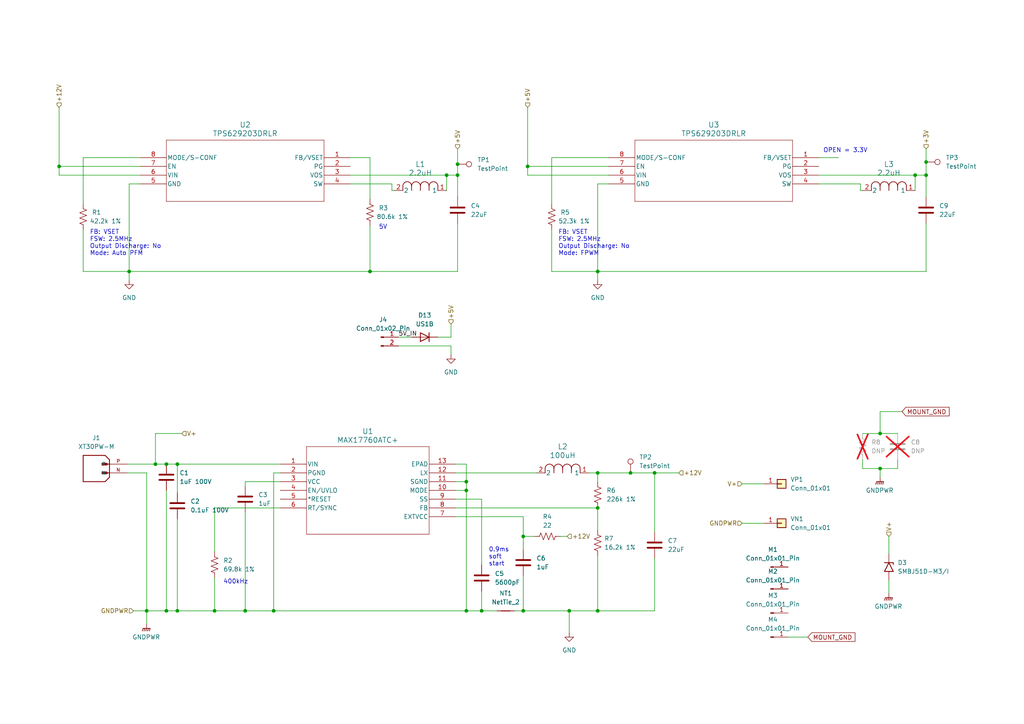
<source format=kicad_sch>
(kicad_sch (version 20231120) (generator "eeschema") (generator_version "8.0")
  (paper "A4")
  (title_block (title "moteus-x1") (rev "1"))
  (lib_symbols
    (symbol "Connector:Conn_01x01_Pin" (pin_names (offset 1.016) hide)
      (property "Reference" "J" (at 0 2.54 0))
      (property "Value" "Conn_01x01_Pin" (at 0 -2.54 0))
      (symbol "Conn_01x01_Pin_1_1"
        (polyline (pts (xy 1.27 0) (xy 0.8636 0)) (stroke (width 0.1524)))
        (rectangle (start 0.8636 0.127) (end 0 -0.127) (stroke (width 0.1524)) (fill (type outline)))
        (pin passive line (at 5.08 0 180) (length 3.81) (name "Pin_1") (number "1"))
      )
    )
    (symbol "Connector:Conn_01x02_Pin" (pin_names (offset 1.016) hide)
      (property "Reference" "J" (at 0 2.54 0))
      (property "Value" "Conn_01x02_Pin" (at 0 -5.08 0))
      (symbol "Conn_01x02_Pin_1_1"
        (polyline (pts (xy 1.27 -2.54) (xy 0.8636 -2.54)) (stroke (width 0.1524)))
        (polyline (pts (xy 1.27 0) (xy 0.8636 0)) (stroke (width 0.1524)))
        (rectangle (start 0.8636 -2.413) (end 0 -2.667) (stroke (width 0.1524)) (fill (type outline)))
        (rectangle (start 0.8636 0.127) (end 0 -0.127) (stroke (width 0.1524)) (fill (type outline)))
        (pin passive line (at 5.08 0 180) (length 3.81) (name "Pin_1") (number "1"))
        (pin passive line (at 5.08 -2.54 180) (length 3.81) (name "Pin_2") (number "2"))
      )
    )
    (symbol "Connector:TestPoint" (pin_numbers hide) (pin_names (offset 0.762) hide)
      (property "Reference" "TP" (at 0 6.858 0))
      (property "Value" "TestPoint" (at 0 5.08 0))
      (symbol "TestPoint_0_1"
        (circle (center 0 3.302) (radius 0.762))
      )
      (symbol "TestPoint_1_1"
        (pin passive line (at 0 0 90) (length 2.54) (name "1") (number "1"))
      )
    )
    (symbol "Connector_Generic:Conn_01x01" (pin_names (offset 1.016) hide)
      (property "Reference" "J" (at 0 2.54 0))
      (property "Value" "Conn_01x01" (at 0 -2.54 0))
      (symbol "Conn_01x01_1_1"
        (rectangle (start -1.27 0.127) (end 0 -0.127) (stroke (width 0.1524)))
        (rectangle (start -1.27 1.27) (end 1.27 -1.27) (stroke (width 0.254)) (fill (type background)))
        (pin passive line (at -5.08 0 0) (length 3.81) (name "Pin_1") (number "1"))
      )
    )
    (symbol "Device:C" (pin_numbers hide) (pin_names (offset 0.254))
      (property "Reference" "C" (at 0.635 2.54 0))
      (property "Value" "C" (at 0.635 -2.54 0))
      (symbol "C_0_1"
        (polyline (pts (xy -2.032 -0.762) (xy 2.032 -0.762)) (stroke (width 0.508)))
        (polyline (pts (xy -2.032 0.762) (xy 2.032 0.762)) (stroke (width 0.508)))
      )
      (symbol "C_1_1"
        (pin passive line (at 0 3.81 270) (length 2.794) (name "~") (number "1"))
        (pin passive line (at 0 -3.81 90) (length 2.794) (name "~") (number "2"))
      )
    )
    (symbol "Device:NetTie_2" (pin_numbers hide) (pin_names (offset 0) hide) (in_bom no)
      (property "Reference" "NT" (at 0 1.27 0))
      (property "Value" "NetTie_2" (at 0 -1.27 0))
      (symbol "NetTie_2_0_1"
        (polyline (pts (xy -1.27 0) (xy 1.27 0)) (stroke (width 0.254)))
      )
      (symbol "NetTie_2_1_1"
        (pin passive line (at -2.54 0 0) (length 2.54) (name "1") (number "1"))
        (pin passive line (at 2.54 0 180) (length 2.54) (name "2") (number "2"))
      )
    )
    (symbol "Device:R_US" (pin_numbers hide) (pin_names (offset 0))
      (property "Reference" "R" (at 2.54 0 90))
      (property "Value" "R_US" (at -2.54 0 90))
      (symbol "R_US_0_1"
        (polyline (pts (xy 0 -2.286) (xy 0 -2.54)))
        (polyline (pts (xy 0 2.286) (xy 0 2.54)))
        (polyline (pts (xy 0 -0.762) (xy 1.016 -1.143) (xy 0 -1.524) (xy -1.016 -1.905) (xy 0 -2.286)))
        (polyline (pts (xy 0 0.762) (xy 1.016 0.381) (xy 0 0) (xy -1.016 -0.381) (xy 0 -0.762)))
        (polyline (pts (xy 0 2.286) (xy 1.016 1.905) (xy 0 1.524) (xy -1.016 1.143) (xy 0 0.762)))
      )
      (symbol "R_US_1_1"
        (pin passive line (at 0 3.81 270) (length 1.27) (name "~") (number "1"))
        (pin passive line (at 0 -3.81 90) (length 1.27) (name "~") (number "2"))
      )
    )
    (symbol "Diode:SM6T39A" (pin_numbers hide) (pin_names (offset 1.016) hide)
      (property "Reference" "D" (at 0 2.54 0))
      (property "Value" "SM6T39A" (at 0 -2.54 0))
      (symbol "SM6T39A_0_1"
        (polyline (pts (xy -0.762 1.27) (xy -1.27 1.27) (xy -1.27 -1.27)) (stroke (width 0.254)))
        (polyline (pts (xy 1.27 1.27) (xy 1.27 -1.27) (xy -1.27 0) (xy 1.27 1.27)) (stroke (width 0.254)))
      )
      (symbol "SM6T39A_1_1"
        (pin passive line (at -3.81 0 0) (length 2.54) (name "A1") (number "1"))
        (pin passive line (at 3.81 0 180) (length 2.54) (name "A2") (number "2"))
      )
    )
    (symbol "Diode:US1B" (pin_numbers hide) (pin_names hide)
      (property "Reference" "D" (at 0 2.54 0))
      (property "Value" "US1B" (at 0 -2.54 0))
      (symbol "US1B_0_1"
        (polyline (pts (xy -1.27 1.27) (xy -1.27 -1.27)) (stroke (width 0.254)))
        (polyline (pts (xy 1.27 0) (xy -1.27 0)))
        (polyline (pts (xy 1.27 1.27) (xy 1.27 -1.27) (xy -1.27 0) (xy 1.27 1.27)) (stroke (width 0.254)))
      )
      (symbol "US1B_1_1"
        (pin passive line (at -3.81 0 0) (length 2.54) (name "K") (number "1"))
        (pin passive line (at 3.81 0 180) (length 2.54) (name "A") (number "2"))
      )
    )
    (symbol "moteus:74404042470" (pin_names (offset 0.254))
      (property "Reference" "L" (at 6.985 5.08 0))
      (property "Value" "74404042470" (at 6.985 -2.54 0))
      (symbol "74404042470_1_1"
        (polyline (pts (xy 2.54 0) (xy 2.54 1.27)) (stroke (width 0.2032)))
        (polyline (pts (xy 5.08 0) (xy 5.08 1.27)) (stroke (width 0.2032)))
        (polyline (pts (xy 7.62 0) (xy 7.62 1.27)) (stroke (width 0.2032)))
        (polyline (pts (xy 10.16 0) (xy 10.16 1.27)) (stroke (width 0.2032)))
        (polyline (pts (xy 12.7 0) (xy 12.7 1.27)) (stroke (width 0.2032)))
        (arc (start 5.08 1.27) (mid 3.81 2.5345) (end 2.54 1.27) (stroke (width 0.2032)))
        (arc (start 7.62 1.27) (mid 6.35 2.5345) (end 5.08 1.27) (stroke (width 0.2032)))
        (arc (start 10.16 1.27) (mid 8.89 2.5345) (end 7.62 1.27) (stroke (width 0.2032)))
        (arc (start 12.7 1.27) (mid 11.43 2.5345) (end 10.16 1.27) (stroke (width 0.2032)))
        (pin unspecified line (at 15.24 0 180) (length 2.54) (name "1") (number "1"))
        (pin unspecified line (at 0 0 0) (length 2.54) (name "2") (number "2"))
      )
      (symbol "74404042470_1_2"
        (arc (start -1.27 5.08) (mid -2.5345 3.81) (end -1.27 2.54) (stroke (width 0.2032)))
        (arc (start -1.27 7.62) (mid -2.5345 6.35) (end -1.27 5.08) (stroke (width 0.2032)))
        (arc (start -1.27 10.16) (mid -2.5345 8.89) (end -1.27 7.62) (stroke (width 0.2032)))
        (arc (start -1.27 12.7) (mid -2.5345 11.43) (end -1.27 10.16) (stroke (width 0.2032)))
        (polyline (pts (xy 0 2.54) (xy -1.27 2.54)) (stroke (width 0.2032)))
        (polyline (pts (xy 0 5.08) (xy -1.27 5.08)) (stroke (width 0.2032)))
        (polyline (pts (xy 0 7.62) (xy -1.27 7.62)) (stroke (width 0.2032)))
        (polyline (pts (xy 0 10.16) (xy -1.27 10.16)) (stroke (width 0.2032)))
        (polyline (pts (xy 0 12.7) (xy -1.27 12.7)) (stroke (width 0.2032)))
        (pin unspecified line (at 0 15.24 270) (length 2.54) (name "1") (number "1"))
        (pin unspecified line (at 0 0 90) (length 2.54) (name "2") (number "2"))
      )
    )
    (symbol "moteus:MAX17760ATC+" (pin_names (offset 0.254))
      (property "Reference" "U" (at 25.4 10.16 0))
      (property "Value" "MAX17760ATC+" (at 25.4 7.62 0))
      (symbol "MAX17760ATC+_0_1"
        (polyline (pts (xy 7.62 -20.32) (xy 43.18 -20.32)) (stroke (width 0.127)))
        (polyline (pts (xy 7.62 5.08) (xy 7.62 -20.32)) (stroke (width 0.127)))
        (polyline (pts (xy 43.18 -20.32) (xy 43.18 5.08)) (stroke (width 0.127)))
        (polyline (pts (xy 43.18 5.08) (xy 7.62 5.08)) (stroke (width 0.127)))
        (pin input line (at 0 0 0) (length 7.62) (name "VIN") (number "1"))
        (pin unspecified line (at 50.8 -7.62 180) (length 7.62) (name "MODE") (number "10"))
        (pin power_in line (at 50.8 -5.08 180) (length 7.62) (name "SGND") (number "11"))
        (pin unspecified line (at 50.8 -2.54 180) (length 7.62) (name "LX") (number "12"))
        (pin power_in line (at 50.8 0 180) (length 7.62) (name "EPAD") (number "13"))
        (pin power_in line (at 0 -2.54 0) (length 7.62) (name "PGND") (number "2"))
        (pin power_in line (at 0 -5.08 0) (length 7.62) (name "VCC") (number "3"))
        (pin unspecified line (at 0 -7.62 0) (length 7.62) (name "EN/UVLO") (number "4"))
        (pin output line (at 0 -10.16 0) (length 7.62) (name "*RESET") (number "5"))
        (pin input line (at 0 -12.7 0) (length 7.62) (name "RT/SYNC") (number "6"))
        (pin input line (at 50.8 -15.24 180) (length 7.62) (name "EXTVCC") (number "7"))
        (pin input line (at 50.8 -12.7 180) (length 7.62) (name "FB") (number "8"))
        (pin input line (at 50.8 -10.16 180) (length 7.62) (name "SS") (number "9"))
      )
    )
    (symbol "moteus:TPS629203DRLR" (pin_names (offset 0.254))
      (property "Reference" "U" (at 30.48 10.16 0))
      (property "Value" "TPS629203DRLR" (at 30.48 7.62 0))
      (symbol "TPS629203DRLR_0_1"
        (polyline (pts (xy 7.62 -12.7) (xy 53.34 -12.7)) (stroke (width 0.127)))
        (polyline (pts (xy 7.62 5.08) (xy 7.62 -12.7)) (stroke (width 0.127)))
        (polyline (pts (xy 53.34 -12.7) (xy 53.34 5.08)) (stroke (width 0.127)))
        (polyline (pts (xy 53.34 5.08) (xy 7.62 5.08)) (stroke (width 0.127)))
        (pin input line (at 0 0 0) (length 7.62) (name "FB/VSET") (number "1"))
        (pin output line (at 0 -2.54 0) (length 7.62) (name "PG") (number "2"))
        (pin input line (at 0 -5.08 0) (length 7.62) (name "VOS") (number "3"))
        (pin power_in line (at 0 -7.62 0) (length 7.62) (name "SW") (number "4"))
        (pin power_out line (at 60.96 -7.62 180) (length 7.62) (name "GND") (number "5"))
        (pin input line (at 60.96 -5.08 180) (length 7.62) (name "VIN") (number "6"))
        (pin input line (at 60.96 -2.54 180) (length 7.62) (name "EN") (number "7"))
        (pin input line (at 60.96 0 180) (length 7.62) (name "MODE/S-CONF") (number "8"))
      )
    )
    (symbol "moteus:XT30PW-M" (pin_names (offset 1.016))
      (property "Reference" "J" (at -7.62 3.302 0))
      (property "Value" "XT30PW-M" (at -7.62 -7.62 0))
      (symbol "XT30PW-M_0_0"
        (rectangle (start -2.2225 -2.8575) (end -0.635 -2.2225) (stroke (width 0.1)) (fill (type outline)))
        (rectangle (start -2.2225 -0.3175) (end -0.635 0.3175) (stroke (width 0.1)) (fill (type outline)))
        (polyline (pts (xy -7.62 -5.08) (xy -7.62 2.54)) (stroke (width 0.254)))
        (polyline (pts (xy -7.62 2.54) (xy -1.27 2.54)) (stroke (width 0.254)))
        (polyline (pts (xy -1.27 -5.08) (xy -7.62 -5.08)) (stroke (width 0.254)))
        (polyline (pts (xy 0 -3.81) (xy -1.27 -5.08)) (stroke (width 0.254)))
        (polyline (pts (xy 0 -2.54) (xy -1.905 -2.54)) (stroke (width 0.254)))
        (polyline (pts (xy 0 0) (xy -1.905 0)) (stroke (width 0.254)))
        (polyline (pts (xy 0 0) (xy 0 -3.81)) (stroke (width 0.254)))
        (polyline (pts (xy 0 1.27) (xy -1.27 2.54)) (stroke (width 0.254)))
        (polyline (pts (xy 0 1.27) (xy 0 0)) (stroke (width 0.254)))
        (pin power_in line (at 5.08 -2.54 180) (length 5.08) (name "N") (number "N"))
        (pin power_in line (at 5.08 0 180) (length 5.08) (name "P") (number "P"))
      )
    )
    (symbol "power:GND" (power) (pin_names (offset 0))
      (property "Value" "GND" (at 0 -3.81 0))
      (symbol "GND_0_1"
        (polyline (pts (xy 0 0) (xy 0 -1.27) (xy 1.27 -1.27) (xy 0 -2.54) (xy -1.27 -1.27) (xy 0 -1.27)))
      )
      (symbol "GND_1_1"
        (pin power_in line (at 0 0 270) (length 0) hide (name "GND") (number "1"))
      )
    )
    (symbol "power:GNDPWR" (power) (pin_names (offset 0))
      (property "Value" "GNDPWR" (at 0 -3.302 0))
      (symbol "GNDPWR_0_1"
        (polyline (pts (xy 0 -1.27) (xy 0 0)))
        (polyline (pts (xy -1.016 -1.27) (xy -1.27 -2.032) (xy -1.27 -2.032)) (stroke (width 0.2032)))
        (polyline (pts (xy -0.508 -1.27) (xy -0.762 -2.032) (xy -0.762 -2.032)) (stroke (width 0.2032)))
        (polyline (pts (xy 0 -1.27) (xy -0.254 -2.032) (xy -0.254 -2.032)) (stroke (width 0.2032)))
        (polyline (pts (xy 0.508 -1.27) (xy 0.254 -2.032) (xy 0.254 -2.032)) (stroke (width 0.2032)))
        (polyline (pts (xy 1.016 -1.27) (xy -1.016 -1.27) (xy -1.016 -1.27)) (stroke (width 0.2032)))
        (polyline (pts (xy 1.016 -1.27) (xy 0.762 -2.032) (xy 0.762 -2.032) (xy 0.762 -2.032)) (stroke (width 0.2032)))
      )
      (symbol "GNDPWR_1_1"
        (pin power_in line (at 0 0 270) (length 0) hide (name "GNDPWR") (number "1"))
      )
    )
  )
  (junction (at 129.54 50.8))
  (junction (at 62.23 177.165))
  (junction (at 255.27 125.73))
  (junction (at 135.255 139.7))
  (junction (at 173.355 177.165))
  (junction (at 51.435 134.62))
  (junction (at 79.375 177.165))
  (junction (at 265.43 50.8))
  (junction (at 48.26 177.165))
  (junction (at 173.355 78.74))
  (junction (at 48.26 134.62))
  (junction (at 173.355 147.32))
  (junction (at 42.545 177.165))
  (junction (at 173.355 137.16))
  (junction (at 139.7 177.165))
  (junction (at 153.035 48.26))
  (junction (at 132.715 50.8))
  (junction (at 268.605 46.99))
  (junction (at 268.605 50.8))
  (junction (at 17.145 48.26))
  (junction (at 107.315 78.74))
  (junction (at 132.715 47.625))
  (junction (at 71.12 177.165))
  (junction (at 189.865 137.16))
  (junction (at 151.765 155.575))
  (junction (at 45.085 134.62))
  (junction (at 255.27 135.89))
  (junction (at 37.465 78.74))
  (junction (at 165.1 177.165))
  (junction (at 151.765 177.165))
  (junction (at 182.88 137.16))
  (junction (at 51.435 177.165))
  (junction (at 135.255 177.165))
  (junction (at 135.255 142.24))
  (wire (pts (xy 268.605 46.99) (xy 268.605 50.8)))
  (wire (pts (xy 81.28 139.7) (xy 71.12 139.7)))
  (wire (pts (xy 79.375 137.16) (xy 79.375 177.165)))
  (wire (pts (xy 189.865 137.16) (xy 196.85 137.16)))
  (wire (pts (xy 132.08 149.86) (xy 151.765 149.86)))
  (wire (pts (xy 37.465 78.74) (xy 37.465 81.28)))
  (wire (pts (xy 151.765 167.005) (xy 151.765 177.165)))
  (wire (pts (xy 153.035 31.115) (xy 153.035 48.26)))
  (wire (pts (xy 215.265 151.765) (xy 221.615 151.765)))
  (wire (pts (xy 260.35 135.89) (xy 260.35 133.35)))
  (wire (pts (xy 151.765 155.575) (xy 154.94 155.575)))
  (wire (pts (xy 107.315 65.405) (xy 107.315 78.74)))
  (wire (pts (xy 268.605 64.77) (xy 268.605 78.74)))
  (wire (pts (xy 45.085 134.62) (xy 48.26 134.62)))
  (wire (pts (xy 48.26 134.62) (xy 51.435 134.62)))
  (wire (pts (xy 257.81 168.275) (xy 257.81 172.085)))
  (wire (pts (xy 45.085 125.73) (xy 45.085 134.62)))
  (wire (pts (xy 107.315 45.72) (xy 107.315 57.785)))
  (wire (pts (xy 107.315 78.74) (xy 37.465 78.74)))
  (wire (pts (xy 17.145 31.115) (xy 17.145 48.26)))
  (wire (pts (xy 189.865 137.16) (xy 189.865 154.305)))
  (wire (pts (xy 130.81 100.33) (xy 130.81 102.87)))
  (wire (pts (xy 135.255 142.24) (xy 135.255 177.165)))
  (wire (pts (xy 113.665 55.245) (xy 114.3 55.245)))
  (wire (pts (xy 132.08 142.24) (xy 135.255 142.24)))
  (wire (pts (xy 17.145 50.8) (xy 17.145 48.26)))
  (wire (pts (xy 132.715 57.15) (xy 132.715 50.8)))
  (wire (pts (xy 162.56 155.575) (xy 164.465 155.575)))
  (wire (pts (xy 249.555 55.245) (xy 249.555 53.34)))
  (wire (pts (xy 113.665 53.34) (xy 101.6 53.34)))
  (wire (pts (xy 255.27 119.38) (xy 261.62 119.38)))
  (wire (pts (xy 132.715 78.74) (xy 107.315 78.74)))
  (wire (pts (xy 182.88 137.16) (xy 189.865 137.16)))
  (wire (pts (xy 153.035 50.8) (xy 153.035 48.26)))
  (wire (pts (xy 132.08 139.7) (xy 135.255 139.7)))
  (wire (pts (xy 24.13 78.74) (xy 37.465 78.74)))
  (wire (pts (xy 130.81 97.79) (xy 130.81 93.98)))
  (wire (pts (xy 173.355 137.16) (xy 182.88 137.16)))
  (wire (pts (xy 129.54 50.8) (xy 129.54 55.245)))
  (wire (pts (xy 176.53 45.72) (xy 160.02 45.72)))
  (wire (pts (xy 132.08 134.62) (xy 135.255 134.62)))
  (wire (pts (xy 151.765 155.575) (xy 151.765 159.385)))
  (wire (pts (xy 71.12 148.59) (xy 71.12 177.165)))
  (wire (pts (xy 160.02 78.74) (xy 160.02 66.675)))
  (wire (pts (xy 40.64 45.72) (xy 24.13 45.72)))
  (wire (pts (xy 79.375 177.165) (xy 135.255 177.165)))
  (wire (pts (xy 127 97.79) (xy 130.81 97.79)))
  (wire (pts (xy 228.6 184.785) (xy 234.315 184.785)))
  (wire (pts (xy 132.08 137.16) (xy 155.575 137.16)))
  (wire (pts (xy 255.27 119.38) (xy 255.27 125.73)))
  (wire (pts (xy 160.02 78.74) (xy 173.355 78.74)))
  (wire (pts (xy 173.355 78.74) (xy 173.355 81.28)))
  (wire (pts (xy 132.715 47.625) (xy 132.715 50.8)))
  (wire (pts (xy 51.435 150.495) (xy 51.435 177.165)))
  (wire (pts (xy 250.19 125.73) (xy 255.27 125.73)))
  (wire (pts (xy 135.255 177.165) (xy 139.7 177.165)))
  (wire (pts (xy 37.465 53.34) (xy 40.64 53.34)))
  (wire (pts (xy 173.355 53.34) (xy 173.355 78.74)))
  (wire (pts (xy 40.64 50.8) (xy 17.145 50.8)))
  (wire (pts (xy 113.665 55.245) (xy 113.665 53.34)))
  (wire (pts (xy 173.355 53.34) (xy 176.53 53.34)))
  (wire (pts (xy 249.555 53.34) (xy 237.49 53.34)))
  (wire (pts (xy 132.715 64.77) (xy 132.715 78.74)))
  (wire (pts (xy 81.28 147.32) (xy 62.23 147.32)))
  (wire (pts (xy 115.57 97.79) (xy 119.38 97.79)))
  (wire (pts (xy 36.83 137.16) (xy 42.545 137.16)))
  (wire (pts (xy 42.545 177.165) (xy 42.545 180.975)))
  (wire (pts (xy 24.13 78.74) (xy 24.13 66.675)))
  (wire (pts (xy 135.255 134.62) (xy 135.255 139.7)))
  (wire (pts (xy 165.1 177.165) (xy 165.1 183.515)))
  (wire (pts (xy 173.355 78.74) (xy 268.605 78.74)))
  (wire (pts (xy 153.035 48.26) (xy 176.53 48.26)))
  (wire (pts (xy 51.435 134.62) (xy 81.28 134.62)))
  (wire (pts (xy 62.23 147.32) (xy 62.23 160.02)))
  (wire (pts (xy 52.705 125.73) (xy 45.085 125.73)))
  (wire (pts (xy 132.08 144.78) (xy 139.7 144.78)))
  (wire (pts (xy 215.265 140.335) (xy 221.615 140.335)))
  (wire (pts (xy 268.605 43.18) (xy 268.605 46.99)))
  (wire (pts (xy 62.23 177.165) (xy 71.12 177.165)))
  (wire (pts (xy 173.355 137.16) (xy 173.355 139.7)))
  (wire (pts (xy 71.12 177.165) (xy 79.375 177.165)))
  (wire (pts (xy 62.23 167.64) (xy 62.23 177.165)))
  (wire (pts (xy 268.605 50.8) (xy 265.43 50.8)))
  (wire (pts (xy 48.26 142.24) (xy 48.26 177.165)))
  (wire (pts (xy 139.7 177.165) (xy 144.145 177.165)))
  (wire (pts (xy 173.355 177.165) (xy 165.1 177.165)))
  (wire (pts (xy 42.545 177.165) (xy 48.26 177.165)))
  (wire (pts (xy 48.26 177.165) (xy 51.435 177.165)))
  (wire (pts (xy 255.27 125.73) (xy 260.35 125.73)))
  (wire (pts (xy 24.13 45.72) (xy 24.13 59.055)))
  (wire (pts (xy 173.355 161.29) (xy 173.355 177.165)))
  (wire (pts (xy 149.225 177.165) (xy 151.765 177.165)))
  (wire (pts (xy 101.6 50.8) (xy 129.54 50.8)))
  (wire (pts (xy 132.08 147.32) (xy 173.355 147.32)))
  (wire (pts (xy 255.27 135.89) (xy 255.27 138.43)))
  (wire (pts (xy 257.81 155.575) (xy 257.81 160.655)))
  (wire (pts (xy 36.83 134.62) (xy 45.085 134.62)))
  (wire (pts (xy 81.28 137.16) (xy 79.375 137.16)))
  (wire (pts (xy 237.49 50.8) (xy 265.43 50.8)))
  (wire (pts (xy 250.19 135.89) (xy 255.27 135.89)))
  (wire (pts (xy 189.865 161.925) (xy 189.865 177.165)))
  (wire (pts (xy 38.735 177.165) (xy 42.545 177.165)))
  (wire (pts (xy 255.27 135.89) (xy 260.35 135.89)))
  (wire (pts (xy 173.355 137.16) (xy 170.815 137.16)))
  (wire (pts (xy 135.255 139.7) (xy 135.255 142.24)))
  (wire (pts (xy 265.43 50.8) (xy 265.43 55.245)))
  (wire (pts (xy 132.715 50.8) (xy 129.54 50.8)))
  (wire (pts (xy 249.555 55.245) (xy 250.19 55.245)))
  (wire (pts (xy 268.605 57.15) (xy 268.605 50.8)))
  (wire (pts (xy 132.715 43.18) (xy 132.715 47.625)))
  (wire (pts (xy 51.435 177.165) (xy 62.23 177.165)))
  (wire (pts (xy 51.435 142.875) (xy 51.435 134.62)))
  (wire (pts (xy 176.53 50.8) (xy 153.035 50.8)))
  (wire (pts (xy 189.865 177.165) (xy 173.355 177.165)))
  (wire (pts (xy 37.465 53.34) (xy 37.465 78.74)))
  (wire (pts (xy 237.49 45.72) (xy 243.205 45.72)))
  (wire (pts (xy 17.145 48.26) (xy 40.64 48.26)))
  (wire (pts (xy 250.19 133.35) (xy 250.19 135.89)))
  (wire (pts (xy 151.765 149.86) (xy 151.765 155.575)))
  (wire (pts (xy 173.355 147.32) (xy 173.355 153.67)))
  (wire (pts (xy 151.765 177.165) (xy 165.1 177.165)))
  (wire (pts (xy 101.6 45.72) (xy 107.315 45.72)))
  (wire (pts (xy 115.57 100.33) (xy 130.81 100.33)))
  (wire (pts (xy 71.12 139.7) (xy 71.12 140.97)))
  (wire (pts (xy 139.7 144.78) (xy 139.7 163.83)))
  (wire (pts (xy 139.7 171.45) (xy 139.7 177.165)))
  (wire (pts (xy 42.545 137.16) (xy 42.545 177.165)))
  (wire (pts (xy 160.02 45.72) (xy 160.02 59.055)))
  (text "FB: VSET\nFSW: 2.5MHz\nOutput Discharge: No\nMode: Auto PFM" (at 26.035 74.295 0) (effects (font (size 1.27 1.27)) (justify left bottom)))
  (text "5V" (at 109.855 66.675 0) (effects (font (size 1.27 1.27)) (justify left bottom)))
  (text "FB: VSET\nFSW: 2.5MHz\nOutput Discharge: No\nMode: FPWM" (at 161.925 74.295 0) (effects (font (size 1.27 1.27)) (justify left bottom)))
  (text "0.9ms\nsoft\nstart" (at 141.732 164.338 0) (effects (font (size 1.27 1.27)) (justify left bottom)))
  (text "OPEN = 3.3V" (at 238.76 44.45 0) (effects (font (size 1.27 1.27)) (justify left bottom)))
  (text "400kHz" (at 64.77 169.545 0) (effects (font (size 1.27 1.27)) (justify left bottom)))
  (label "5V_IN" (at 115.57 97.79 0))
  (global_label "MOUNT_GND" (shape input) (at 261.62 119.38 0) (property "Intersheetrefs" "${INTERSHEET_REFS}" (effects (hide yes))))
  (global_label "MOUNT_GND" (shape input) (at 234.315 184.785 0) (property "Intersheetrefs" "${INTERSHEET_REFS}" (effects (hide yes))))
  (hierarchical_label "+12V" (shape input) (at 17.145 31.115 90))
  (hierarchical_label "+5V" (shape input) (at 153.035 31.115 90))
  (hierarchical_label "V+" (shape input) (at 52.705 125.73 0))
  (hierarchical_label "+3V" (shape input) (at 268.605 43.18 90))
  (hierarchical_label "GNDPWR" (shape input) (at 38.735 177.165 180))
  (hierarchical_label "+5V" (shape input) (at 132.715 43.18 90))
  (hierarchical_label "+5V" (shape input) (at 130.81 93.98 90))
  (hierarchical_label "V+" (shape input) (at 257.81 155.575 90))
  (hierarchical_label "+12V" (shape input) (at 196.85 137.16 0))
  (hierarchical_label "GNDPWR" (shape input) (at 215.265 151.765 180))
  (hierarchical_label "V+" (shape input) (at 215.265 140.335 180))
  (hierarchical_label "+12V" (shape input) (at 164.465 155.575 0))
  (symbol (lib_id "moteus:MAX17760ATC+") (at 81.28 134.62 0) (unit 1)
    (property "Reference" "U1" (at 106.68 125.095 0) (effects (font (size 1.524 1.524))))
    (property "Value" "MAX17760ATC+" (at 106.68 127.635 0) (effects (font (size 1.524 1.524))))
    (property "Footprint" "moteus:21-0664E_1233-1C_MXM" (effects (hide yes)))
    (property "Datasheet" "MAX17760ATC+" (effects (hide yes)))
    (property "MPN" "MAX17760ATC+" (effects (hide yes)))
    (property "MF" "Analog" (effects (hide yes)))
    (property "POPULATE" "1" (effects (hide yes)))
  )
  (symbol (lib_id "Diode:SM6T39A") (at 257.81 164.465 270) (unit 1)
    (property "Reference" "D3" (at 260.35 163.195 90) (effects (justify left)))
    (property "Value" "SMBJ51D-M3/I" (at 260.35 165.735 90) (effects (justify left)))
    (property "Footprint" "Diode_SMD:D_SMB" (effects (hide yes)))
    (property "Datasheet" "https://www.st.com/resource/en/datasheet/sm6t.pdf" (effects (hide yes)))
    (property "MPN" "SMBJ51D-M3/I" (effects (hide yes)))
    (property "MF" "VISHAY" (effects (hide yes)))
    (property "POPULATE" "1" (effects (hide yes)))
  )
  (symbol (lib_id "Connector:Conn_01x01_Pin") (at 223.52 164.465 0) (unit 1) (in_bom no)
    (property "Reference" "M1" (at 224.155 159.385 0))
    (property "Value" "Conn_01x01_Pin" (at 224.155 161.925 0))
    (property "Footprint" "moteus:M3_MOUNT_CORNER" (effects (hide yes)))
  )
  (symbol (lib_id "Device:R_US") (at 24.13 62.865 0) (unit 1)
    (property "Reference" "R1" (at 26.67 61.595 0) (effects (justify left)))
    (property "Value" "42.2k 1%" (at 26.035 64.135 0) (effects (justify left)))
    (property "Footprint" "Resistor_SMD:R_0402_1005Metric" (effects (hide yes)))
    (property "MPN" "RC0402FR-0742K2L" (effects (hide yes)))
    (property "MF" "YAGEO" (effects (hide yes)))
    (property "POPULATE" "1" (effects (hide yes)))
  )
  (symbol (lib_id "moteus:TPS629203DRLR") (at 237.49 45.72 0) (mirror y) (unit 1)
    (property "Reference" "U3" (at 207.01 36.195 0) (effects (font (size 1.524 1.524))))
    (property "Value" "TPS629203DRLR" (at 207.01 38.735 0) (effects (font (size 1.524 1.524))))
    (property "Footprint" "moteus:SOT-5x3_DRL0008A_TEX" (effects (hide yes)))
    (property "Datasheet" "TPS629203DRLR" (effects (hide yes)))
    (property "MPN" "TPS629203DRLR" (effects (hide yes)))
    (property "MF" "TI" (effects (hide yes)))
    (property "POPULATE" "1" (effects (hide yes)))
  )
  (symbol (lib_id "Device:R_US") (at 250.19 129.54 0) (unit 1) (dnp yes)
    (property "Reference" "R8" (at 252.73 128.27 0) (effects (justify left)))
    (property "Value" "DNP" (at 252.73 130.81 0) (effects (justify left)))
    (property "Footprint" "Resistor_SMD:R_0402_1005Metric" (effects (hide yes)))
    (property "POPULATE" "0" (effects (hide yes)))
  )
  (symbol (lib_id "moteus:74404042470") (at 250.19 55.245 0) (unit 1)
    (property "Reference" "L3" (at 257.81 47.625 0) (effects (font (size 1.524 1.524))))
    (property "Value" "2.2uH" (at 257.81 50.165 0) (effects (font (size 1.524 1.524))))
    (property "Footprint" "moteus:IND_DFE252012_MUR" (effects (hide yes)))
    (property "MPN" "DFE252012PD-2R2M=P2" (effects (hide yes)))
    (property "MF" "MURATA" (effects (hide yes)))
    (property "POPULATE" "1" (effects (hide yes)))
  )
  (symbol (lib_id "Connector_Generic:Conn_01x01") (at 226.695 140.335 0) (unit 1) (in_bom no)
    (property "Reference" "VP1" (at 229.235 139.065 0) (effects (justify left)))
    (property "Value" "Conn_01x01" (at 229.235 141.605 0) (effects (justify left)))
    (property "Footprint" "moteus:POWER_M2.5" (effects (hide yes)))
  )
  (symbol (lib_id "Device:C") (at 189.865 158.115 0) (unit 1)
    (property "Reference" "C7" (at 193.675 156.845 0) (effects (justify left)))
    (property "Value" "22uF" (at 193.675 159.385 0) (effects (justify left)))
    (property "Footprint" "Capacitor_SMD:C_1210_3225Metric" (effects (hide yes)))
    (property "MPN" "GRM32ER71E226KE15L" (effects (hide yes)))
    (property "MF" "MURATA" (effects (hide yes)))
    (property "POPULATE" "1" (effects (hide yes)))
  )
  (symbol (lib_id "power:GND") (at 37.465 81.28 0) (unit 1)
    (property "Reference" "#PWR01" (effects (hide yes)))
    (property "Value" "GND" (at 37.465 86.36 0))
  )
  (symbol (lib_id "Connector:TestPoint") (at 268.605 46.99 270) (unit 1) (in_bom no)
    (property "Reference" "TP3" (at 274.32 45.72 90) (effects (justify left)))
    (property "Value" "TestPoint" (at 274.32 48.26 90) (effects (justify left)))
    (property "Footprint" "TestPoint:TestPoint_THTPad_D1.5mm_Drill0.7mm" (effects (hide yes)))
  )
  (symbol (lib_id "power:GNDPWR") (at 42.545 180.975 0) (unit 1)
    (property "Reference" "#PWR02" (effects (hide yes)))
    (property "Value" "GNDPWR" (at 42.418 184.785 0))
  )
  (symbol (lib_id "Connector:Conn_01x01_Pin") (at 223.52 177.8 0) (unit 1) (in_bom no)
    (property "Reference" "M3" (at 224.155 172.72 0))
    (property "Value" "Conn_01x01_Pin" (at 224.155 175.26 0))
    (property "Footprint" "moteus:M3_MOUNT_CORNER" (effects (hide yes)))
  )
  (symbol (lib_id "power:GND") (at 130.81 102.87 0) (unit 1)
    (property "Reference" "#PWR013" (effects (hide yes)))
    (property "Value" "GND" (at 130.81 107.95 0))
  )
  (symbol (lib_id "power:GNDPWR") (at 255.27 138.43 0) (unit 1)
    (property "Reference" "#PWR05" (effects (hide yes)))
    (property "Value" "GNDPWR" (at 255.143 142.24 0))
  )
  (symbol (lib_id "Connector:TestPoint") (at 182.88 137.16 0) (unit 1) (in_bom no)
    (property "Reference" "TP2" (at 185.42 132.588 0) (effects (justify left)))
    (property "Value" "TestPoint" (at 185.42 135.128 0) (effects (justify left)))
    (property "Footprint" "TestPoint:TestPoint_THTPad_D1.5mm_Drill0.7mm" (effects (hide yes)))
  )
  (symbol (lib_id "Device:R_US") (at 173.355 143.51 0) (unit 1)
    (property "Reference" "R6" (at 175.895 142.24 0) (effects (justify left)))
    (property "Value" "226k 1%" (at 175.895 144.78 0) (effects (justify left)))
    (property "Footprint" "Resistor_SMD:R_0402_1005Metric" (effects (hide yes)))
    (property "MPN" "RC0402FR-07226KL" (effects (hide yes)))
    (property "MF" "YAGEO" (effects (hide yes)))
    (property "POPULATE" "1" (effects (hide yes)))
  )
  (symbol (lib_id "Connector_Generic:Conn_01x01") (at 226.695 151.765 0) (unit 1) (in_bom no)
    (property "Reference" "VN1" (at 229.235 150.495 0) (effects (justify left)))
    (property "Value" "Conn_01x01" (at 229.235 153.035 0) (effects (justify left)))
    (property "Footprint" "moteus:POWER_M2.5" (effects (hide yes)))
  )
  (symbol (lib_id "moteus:XT30PW-M") (at 31.75 134.62 0) (unit 1)
    (property "Reference" "J1" (at 27.94 127 0))
    (property "Value" "XT30PW-M" (at 27.94 129.54 0))
    (property "Footprint" "moteus:AMASS_XT30PW-M" (effects (hide yes)))
    (property "MF" "AMASS" (effects (hide yes)))
    (property "MPN" "XT30PW-M" (effects (hide yes)))
    (property "POPULATE" "1" (effects (hide yes)))
  )
  (symbol (lib_id "power:GNDPWR") (at 257.81 172.085 0) (unit 1)
    (property "Reference" "#PWR06" (effects (hide yes)))
    (property "Value" "GNDPWR" (at 257.683 175.895 0))
  )
  (symbol (lib_id "Device:C") (at 151.765 163.195 0) (unit 1)
    (property "Reference" "C6" (at 155.575 161.925 0) (effects (justify left)))
    (property "Value" "1uF" (at 155.575 164.465 0) (effects (justify left)))
    (property "Footprint" "Capacitor_SMD:C_0402_1005Metric" (effects (hide yes)))
    (property "MPN" "MF-CAP-0402-1uF" (effects (hide yes)))
    (property "POPULATE" "1" (effects (hide yes)))
  )
  (symbol (lib_id "Connector:Conn_01x01_Pin") (at 223.52 184.785 0) (unit 1) (in_bom no)
    (property "Reference" "M4" (at 224.155 179.705 0))
    (property "Value" "Conn_01x01_Pin" (at 224.155 182.245 0))
    (property "Footprint" "moteus:M3_MOUNT_CORNER" (effects (hide yes)))
  )
  (symbol (lib_id "power:GND") (at 173.355 81.28 0) (unit 1)
    (property "Reference" "#PWR04" (effects (hide yes)))
    (property "Value" "GND" (at 173.355 86.36 0))
  )
  (symbol (lib_id "Connector:TestPoint") (at 132.715 47.625 270) (unit 1) (in_bom no)
    (property "Reference" "TP1" (at 138.43 46.355 90) (effects (justify left)))
    (property "Value" "TestPoint" (at 138.43 48.895 90) (effects (justify left)))
    (property "Footprint" "TestPoint:TestPoint_THTPad_D1.5mm_Drill0.7mm" (effects (hide yes)))
  )
  (symbol (lib_id "Device:C") (at 268.605 60.96 0) (unit 1)
    (property "Reference" "C9" (at 272.415 59.69 0) (effects (justify left)))
    (property "Value" "22uF" (at 272.415 62.23 0) (effects (justify left)))
    (property "Footprint" "Capacitor_SMD:C_1210_3225Metric" (effects (hide yes)))
    (property "MPN" "GRM32ER71E226KE15L" (effects (hide yes)))
    (property "MF" "MURATA" (effects (hide yes)))
    (property "POPULATE" "1" (effects (hide yes)))
  )
  (symbol (lib_id "power:GND") (at 165.1 183.515 0) (unit 1)
    (property "Reference" "#PWR03" (effects (hide yes)))
    (property "Value" "GND" (at 165.1 188.595 0))
  )
  (symbol (lib_id "moteus:74404042470") (at 114.3 55.245 0) (unit 1)
    (property "Reference" "L1" (at 121.92 47.625 0) (effects (font (size 1.524 1.524))))
    (property "Value" "2.2uH" (at 121.92 50.165 0) (effects (font (size 1.524 1.524))))
    (property "Footprint" "moteus:IND_DFE252012_MUR" (effects (hide yes)))
    (property "MPN" "DFE252012PD-2R2M=P2" (effects (hide yes)))
    (property "MF" "MURATA" (effects (hide yes)))
    (property "POPULATE" "1" (effects (hide yes)))
  )
  (symbol (lib_id "Device:C") (at 51.435 146.685 0) (unit 1)
    (property "Reference" "C2" (at 55.245 145.415 0) (effects (justify left)))
    (property "Value" "0.1uF 100V" (at 55.245 147.955 0) (effects (justify left)))
    (property "Footprint" "Capacitor_SMD:C_0603_1608Metric" (effects (hide yes)))
    (property "MPN" "GCJ188R72A104KA01D" (effects (hide yes)))
    (property "POPULATE" "1" (effects (hide yes)))
    (property "MF" "MURATA" (effects (hide yes)))
  )
  (symbol (lib_id "Device:R_US") (at 173.355 157.48 0) (unit 1)
    (property "Reference" "R7" (at 175.26 156.21 0) (effects (justify left)))
    (property "Value" "16.2k 1%" (at 175.26 158.75 0) (effects (justify left)))
    (property "Footprint" "Resistor_SMD:R_0402_1005Metric" (effects (hide yes)))
    (property "MPN" "RC0402FR-0716K2L" (effects (hide yes)))
    (property "MF" "YAGEO" (effects (hide yes)))
    (property "POPULATE" "1" (effects (hide yes)))
  )
  (symbol (lib_id "Connector:Conn_01x01_Pin") (at 223.52 170.815 0) (unit 1) (in_bom no)
    (property "Reference" "M2" (at 224.155 165.735 0))
    (property "Value" "Conn_01x01_Pin" (at 224.155 168.275 0))
    (property "Footprint" "moteus:M3_MOUNT_CORNER" (effects (hide yes)))
  )
  (symbol (lib_id "moteus:TPS629203DRLR") (at 101.6 45.72 0) (mirror y) (unit 1)
    (property "Reference" "U2" (at 71.12 36.195 0) (effects (font (size 1.524 1.524))))
    (property "Value" "TPS629203DRLR" (at 71.12 38.735 0) (effects (font (size 1.524 1.524))))
    (property "Footprint" "moteus:SOT-5x3_DRL0008A_TEX" (effects (hide yes)))
    (property "Datasheet" "TPS629203DRLR" (effects (hide yes)))
    (property "MPN" "TPS629203DRLR" (effects (hide yes)))
    (property "MF" "TI" (effects (hide yes)))
    (property "POPULATE" "1" (effects (hide yes)))
  )
  (symbol (lib_id "Device:NetTie_2") (at 146.685 177.165 0) (unit 1) (in_bom no)
    (property "Reference" "NT1" (at 146.685 172.085 0))
    (property "Value" "NetTie_2" (at 146.685 174.625 0))
    (property "Footprint" "moteus:NetTie-2_SMD_Pad0.254mm" (effects (hide yes)))
  )
  (symbol (lib_id "Device:C") (at 260.35 129.54 0) (unit 1) (dnp yes)
    (property "Reference" "C8" (at 264.16 128.27 0) (effects (justify left)))
    (property "Value" "DNP" (at 264.16 130.81 0) (effects (justify left)))
    (property "Footprint" "Capacitor_SMD:C_0402_1005Metric" (effects (hide yes)))
    (property "POPULATE" "0" (effects (hide yes)))
  )
  (symbol (lib_id "Device:R_US") (at 158.75 155.575 90) (unit 1)
    (property "Reference" "R4" (at 158.75 149.86 90))
    (property "Value" "22" (at 158.75 152.4 90))
    (property "Footprint" "Resistor_SMD:R_0402_1005Metric" (effects (hide yes)))
    (property "MPN" "MF-RES-0402-22" (effects (hide yes)))
    (property "POPULATE" "1" (effects (hide yes)))
  )
  (symbol (lib_id "Connector:Conn_01x02_Pin") (at 110.49 97.79 0) (unit 1) (in_bom no)
    (property "Reference" "J4" (at 111.125 92.71 0))
    (property "Value" "Conn_01x02_Pin" (at 111.125 95.25 0))
    (property "Footprint" "Connector_PinHeader_2.00mm:PinHeader_1x02_P2.00mm_Vertical" (effects (hide yes)))
    (property "Description" "Generic connector, single row, 01x02, script generated" (effects (hide yes)))
  )
  (symbol (lib_id "Device:C") (at 132.715 60.96 0) (unit 1)
    (property "Reference" "C4" (at 136.525 59.69 0) (effects (justify left)))
    (property "Value" "22uF" (at 136.525 62.23 0) (effects (justify left)))
    (property "Footprint" "Capacitor_SMD:C_1210_3225Metric" (effects (hide yes)))
    (property "MPN" "GRM32ER71E226KE15L" (effects (hide yes)))
    (property "MF" "MURATA" (effects (hide yes)))
    (property "POPULATE" "1" (effects (hide yes)))
  )
  (symbol (lib_id "Device:C") (at 71.12 144.78 0) (unit 1)
    (property "Reference" "C3" (at 74.93 143.51 0) (effects (justify left)))
    (property "Value" "1uF" (at 74.93 146.05 0) (effects (justify left)))
    (property "Footprint" "Capacitor_SMD:C_0402_1005Metric" (effects (hide yes)))
    (property "MPN" "MF-CAP-0402-1uF" (effects (hide yes)))
    (property "POPULATE" "1" (effects (hide yes)))
  )
  (symbol (lib_id "Device:R_US") (at 107.315 61.595 0) (unit 1)
    (property "Reference" "R3" (at 109.855 60.325 0) (effects (justify left)))
    (property "Value" "80.6k 1%" (at 109.22 62.865 0) (effects (justify left)))
    (property "Footprint" "Resistor_SMD:R_0402_1005Metric" (effects (hide yes)))
    (property "MPN" "RC0402FR-0780K6L" (effects (hide yes)))
    (property "MF" "YAGEO" (effects (hide yes)))
    (property "POPULATE" "1" (effects (hide yes)))
  )
  (symbol (lib_id "Device:C") (at 48.26 138.43 0) (unit 1)
    (property "Reference" "C1" (at 52.07 137.1599 0) (effects (justify left)))
    (property "Value" "1uF 100V" (at 52.07 139.6999 0) (effects (justify left)))
    (property "Footprint" "Capacitor_SMD:C_0805_2012Metric" (effects (hide yes)))
    (property "MPN" "GCM21BC72A105KE36L" (effects (hide yes)))
    (property "MF" "MURATA" (effects (hide yes)))
  )
  (symbol (lib_id "Device:R_US") (at 160.02 62.865 0) (unit 1)
    (property "Reference" "R5" (at 162.56 61.595 0) (effects (justify left)))
    (property "Value" "52.3k 1%" (at 161.925 64.135 0) (effects (justify left)))
    (property "Footprint" "Resistor_SMD:R_0402_1005Metric" (effects (hide yes)))
    (property "MPN" "RC0402FR-0752K3L" (effects (hide yes)))
    (property "MF" "YAGEO" (effects (hide yes)))
    (property "POPULATE" "1" (effects (hide yes)))
  )
  (symbol (lib_id "moteus:74404042470") (at 155.575 137.16 0) (unit 1)
    (property "Reference" "L2" (at 163.195 129.54 0) (effects (font (size 1.524 1.524))))
    (property "Value" "100uH" (at 163.195 132.08 0) (effects (font (size 1.524 1.524))))
    (property "Footprint" "moteus:IND_6028-WE-LQS_WRE" (effects (hide yes)))
    (property "MPN" "74404063101" (effects (hide yes)))
    (property "MF" "Wurth Electronics" (effects (hide yes)))
    (property "POPULATE" "1" (effects (hide yes)))
  )
  (symbol (lib_id "Device:R_US") (at 62.23 163.83 0) (unit 1)
    (property "Reference" "R2" (at 64.77 162.56 0) (effects (justify left)))
    (property "Value" "69.8k 1%" (at 64.77 165.1 0) (effects (justify left)))
    (property "Footprint" "Resistor_SMD:R_0402_1005Metric" (effects (hide yes)))
    (property "MPN" "RC0402FR-0769K8L" (effects (hide yes)))
    (property "POPULATE" "1" (effects (hide yes)))
    (property "MF" "YAGEO" (effects (hide yes)))
  )
  (symbol (lib_id "Diode:US1B") (at 123.19 97.79 180) (unit 1)
    (property "Reference" "D13" (at 123.19 91.44 0))
    (property "Value" "US1B" (at 123.19 93.98 0))
    (property "Footprint" "Diode_SMD:D_SMA" (effects (hide yes)))
    (property "Sim.Device" "D" (effects (hide yes)))
    (property "Sim.Pins" "1=K 2=A" (effects (hide yes)))
    (property "MPN" "STPS1H100A" (effects (hide yes)))
    (property "MF" "ST" (effects (hide yes)))
    (property "POPULATE" "1" (effects (hide yes)))
  )
  (symbol (lib_id "Device:C") (at 139.7 167.64 0) (unit 1)
    (property "Reference" "C5" (at 143.51 166.37 0) (effects (justify left)))
    (property "Value" "5600pF" (at 143.51 168.91 0) (effects (justify left)))
    (property "Footprint" "Capacitor_SMD:C_0402_1005Metric" (effects (hide yes)))
    (property "MPN" "GCM155R71E562KA37D" (effects (hide yes)))
    (property "POPULATE" "1" (effects (hide yes)))
    (property "MF" "MURATA" (effects (hide yes)))
  )
)
</source>
